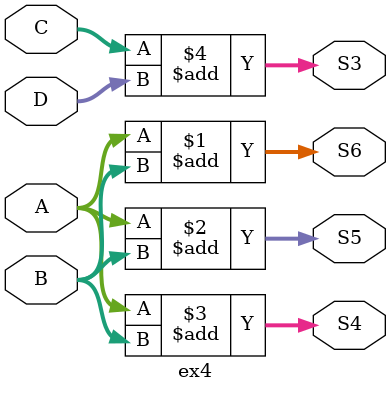
<source format=v>
module ex4(
	input[3:0] A,B,
	input[2:0] C,D,
	output [5:0] S6,
	output [4:0] S5,
	output [3:0] S4,
	output [2:0] S3
);

	assign S6 = A+B;
	
	assign S5 = A+B;
	
	assign S4 = A+B;
	
	assign S3 = C+D;
	
	
	
endmodule




</source>
